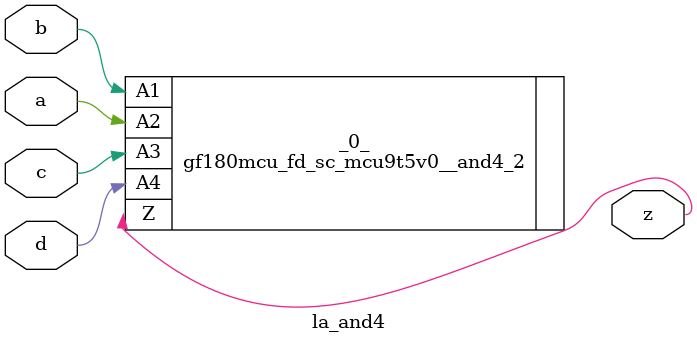
<source format=v>
/* Generated by Yosys 0.37 (git sha1 a5c7f69ed, clang 14.0.0-1ubuntu1.1 -fPIC -Os) */

module la_and4(a, b, c, d, z);
  input a;
  wire a;
  input b;
  wire b;
  input c;
  wire c;
  input d;
  wire d;
  output z;
  wire z;
  gf180mcu_fd_sc_mcu9t5v0__and4_2 _0_ (
    .A1(b),
    .A2(a),
    .A3(c),
    .A4(d),
    .Z(z)
  );
endmodule

</source>
